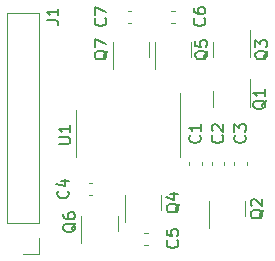
<source format=gbr>
%TF.GenerationSoftware,KiCad,Pcbnew,6.0.2-1.fc35*%
%TF.CreationDate,2022-03-27T16:33:53-04:00*%
%TF.ProjectId,DeadTimeInsertionPCB,44656164-5469-46d6-9549-6e7365727469,rev?*%
%TF.SameCoordinates,Original*%
%TF.FileFunction,Legend,Top*%
%TF.FilePolarity,Positive*%
%FSLAX46Y46*%
G04 Gerber Fmt 4.6, Leading zero omitted, Abs format (unit mm)*
G04 Created by KiCad (PCBNEW 6.0.2-1.fc35) date 2022-03-27 16:33:53*
%MOMM*%
%LPD*%
G01*
G04 APERTURE LIST*
%ADD10C,0.150000*%
%ADD11C,0.120000*%
G04 APERTURE END LIST*
D10*
%TO.C,J1*%
X116673380Y-68278333D02*
X117387666Y-68278333D01*
X117530523Y-68325952D01*
X117625761Y-68421190D01*
X117673380Y-68564047D01*
X117673380Y-68659285D01*
X117673380Y-67278333D02*
X117673380Y-67849761D01*
X117673380Y-67564047D02*
X116673380Y-67564047D01*
X116816238Y-67659285D01*
X116911476Y-67754523D01*
X116959095Y-67849761D01*
%TO.C,Q3*%
X135421619Y-70834238D02*
X135374000Y-70929476D01*
X135278761Y-71024714D01*
X135135904Y-71167571D01*
X135088285Y-71262809D01*
X135088285Y-71358047D01*
X135326380Y-71310428D02*
X135278761Y-71405666D01*
X135183523Y-71500904D01*
X134993047Y-71548523D01*
X134659714Y-71548523D01*
X134469238Y-71500904D01*
X134374000Y-71405666D01*
X134326380Y-71310428D01*
X134326380Y-71119952D01*
X134374000Y-71024714D01*
X134469238Y-70929476D01*
X134659714Y-70881857D01*
X134993047Y-70881857D01*
X135183523Y-70929476D01*
X135278761Y-71024714D01*
X135326380Y-71119952D01*
X135326380Y-71310428D01*
X134326380Y-70548523D02*
X134326380Y-69929476D01*
X134707333Y-70262809D01*
X134707333Y-70119952D01*
X134754952Y-70024714D01*
X134802571Y-69977095D01*
X134897809Y-69929476D01*
X135135904Y-69929476D01*
X135231142Y-69977095D01*
X135278761Y-70024714D01*
X135326380Y-70119952D01*
X135326380Y-70405666D01*
X135278761Y-70500904D01*
X135231142Y-70548523D01*
%TO.C,C1*%
X129643142Y-78017666D02*
X129690761Y-78065285D01*
X129738380Y-78208142D01*
X129738380Y-78303380D01*
X129690761Y-78446238D01*
X129595523Y-78541476D01*
X129500285Y-78589095D01*
X129309809Y-78636714D01*
X129166952Y-78636714D01*
X128976476Y-78589095D01*
X128881238Y-78541476D01*
X128786000Y-78446238D01*
X128738380Y-78303380D01*
X128738380Y-78208142D01*
X128786000Y-78065285D01*
X128833619Y-78017666D01*
X129738380Y-77065285D02*
X129738380Y-77636714D01*
X129738380Y-77351000D02*
X128738380Y-77351000D01*
X128881238Y-77446238D01*
X128976476Y-77541476D01*
X129024095Y-77636714D01*
%TO.C,Q1*%
X135281619Y-75025238D02*
X135234000Y-75120476D01*
X135138761Y-75215714D01*
X134995904Y-75358571D01*
X134948285Y-75453809D01*
X134948285Y-75549047D01*
X135186380Y-75501428D02*
X135138761Y-75596666D01*
X135043523Y-75691904D01*
X134853047Y-75739523D01*
X134519714Y-75739523D01*
X134329238Y-75691904D01*
X134234000Y-75596666D01*
X134186380Y-75501428D01*
X134186380Y-75310952D01*
X134234000Y-75215714D01*
X134329238Y-75120476D01*
X134519714Y-75072857D01*
X134853047Y-75072857D01*
X135043523Y-75120476D01*
X135138761Y-75215714D01*
X135186380Y-75310952D01*
X135186380Y-75501428D01*
X135186380Y-74120476D02*
X135186380Y-74691904D01*
X135186380Y-74406190D02*
X134186380Y-74406190D01*
X134329238Y-74501428D01*
X134424476Y-74596666D01*
X134472095Y-74691904D01*
%TO.C,C5*%
X127738142Y-86907666D02*
X127785761Y-86955285D01*
X127833380Y-87098142D01*
X127833380Y-87193380D01*
X127785761Y-87336238D01*
X127690523Y-87431476D01*
X127595285Y-87479095D01*
X127404809Y-87526714D01*
X127261952Y-87526714D01*
X127071476Y-87479095D01*
X126976238Y-87431476D01*
X126881000Y-87336238D01*
X126833380Y-87193380D01*
X126833380Y-87098142D01*
X126881000Y-86955285D01*
X126928619Y-86907666D01*
X126833380Y-86002904D02*
X126833380Y-86479095D01*
X127309571Y-86526714D01*
X127261952Y-86479095D01*
X127214333Y-86383857D01*
X127214333Y-86145761D01*
X127261952Y-86050523D01*
X127309571Y-86002904D01*
X127404809Y-85955285D01*
X127642904Y-85955285D01*
X127738142Y-86002904D01*
X127785761Y-86050523D01*
X127833380Y-86145761D01*
X127833380Y-86383857D01*
X127785761Y-86479095D01*
X127738142Y-86526714D01*
%TO.C,C3*%
X133453142Y-78017666D02*
X133500761Y-78065285D01*
X133548380Y-78208142D01*
X133548380Y-78303380D01*
X133500761Y-78446238D01*
X133405523Y-78541476D01*
X133310285Y-78589095D01*
X133119809Y-78636714D01*
X132976952Y-78636714D01*
X132786476Y-78589095D01*
X132691238Y-78541476D01*
X132596000Y-78446238D01*
X132548380Y-78303380D01*
X132548380Y-78208142D01*
X132596000Y-78065285D01*
X132643619Y-78017666D01*
X132548380Y-77684333D02*
X132548380Y-77065285D01*
X132929333Y-77398619D01*
X132929333Y-77255761D01*
X132976952Y-77160523D01*
X133024571Y-77112904D01*
X133119809Y-77065285D01*
X133357904Y-77065285D01*
X133453142Y-77112904D01*
X133500761Y-77160523D01*
X133548380Y-77255761D01*
X133548380Y-77541476D01*
X133500761Y-77636714D01*
X133453142Y-77684333D01*
%TO.C,C6*%
X130024142Y-68111666D02*
X130071761Y-68159285D01*
X130119380Y-68302142D01*
X130119380Y-68397380D01*
X130071761Y-68540238D01*
X129976523Y-68635476D01*
X129881285Y-68683095D01*
X129690809Y-68730714D01*
X129547952Y-68730714D01*
X129357476Y-68683095D01*
X129262238Y-68635476D01*
X129167000Y-68540238D01*
X129119380Y-68397380D01*
X129119380Y-68302142D01*
X129167000Y-68159285D01*
X129214619Y-68111666D01*
X129119380Y-67254523D02*
X129119380Y-67445000D01*
X129167000Y-67540238D01*
X129214619Y-67587857D01*
X129357476Y-67683095D01*
X129547952Y-67730714D01*
X129928904Y-67730714D01*
X130024142Y-67683095D01*
X130071761Y-67635476D01*
X130119380Y-67540238D01*
X130119380Y-67349761D01*
X130071761Y-67254523D01*
X130024142Y-67206904D01*
X129928904Y-67159285D01*
X129690809Y-67159285D01*
X129595571Y-67206904D01*
X129547952Y-67254523D01*
X129500333Y-67349761D01*
X129500333Y-67540238D01*
X129547952Y-67635476D01*
X129595571Y-67683095D01*
X129690809Y-67730714D01*
%TO.C,Q4*%
X127928619Y-83788238D02*
X127881000Y-83883476D01*
X127785761Y-83978714D01*
X127642904Y-84121571D01*
X127595285Y-84216809D01*
X127595285Y-84312047D01*
X127833380Y-84264428D02*
X127785761Y-84359666D01*
X127690523Y-84454904D01*
X127500047Y-84502523D01*
X127166714Y-84502523D01*
X126976238Y-84454904D01*
X126881000Y-84359666D01*
X126833380Y-84264428D01*
X126833380Y-84073952D01*
X126881000Y-83978714D01*
X126976238Y-83883476D01*
X127166714Y-83835857D01*
X127500047Y-83835857D01*
X127690523Y-83883476D01*
X127785761Y-83978714D01*
X127833380Y-84073952D01*
X127833380Y-84264428D01*
X127166714Y-82978714D02*
X127833380Y-82978714D01*
X126785761Y-83216809D02*
X127500047Y-83454904D01*
X127500047Y-82835857D01*
%TO.C,Q7*%
X121832619Y-70834238D02*
X121785000Y-70929476D01*
X121689761Y-71024714D01*
X121546904Y-71167571D01*
X121499285Y-71262809D01*
X121499285Y-71358047D01*
X121737380Y-71310428D02*
X121689761Y-71405666D01*
X121594523Y-71500904D01*
X121404047Y-71548523D01*
X121070714Y-71548523D01*
X120880238Y-71500904D01*
X120785000Y-71405666D01*
X120737380Y-71310428D01*
X120737380Y-71119952D01*
X120785000Y-71024714D01*
X120880238Y-70929476D01*
X121070714Y-70881857D01*
X121404047Y-70881857D01*
X121594523Y-70929476D01*
X121689761Y-71024714D01*
X121737380Y-71119952D01*
X121737380Y-71310428D01*
X120737380Y-70548523D02*
X120737380Y-69881857D01*
X121737380Y-70310428D01*
%TO.C,C4*%
X118467142Y-82716666D02*
X118514761Y-82764285D01*
X118562380Y-82907142D01*
X118562380Y-83002380D01*
X118514761Y-83145238D01*
X118419523Y-83240476D01*
X118324285Y-83288095D01*
X118133809Y-83335714D01*
X117990952Y-83335714D01*
X117800476Y-83288095D01*
X117705238Y-83240476D01*
X117610000Y-83145238D01*
X117562380Y-83002380D01*
X117562380Y-82907142D01*
X117610000Y-82764285D01*
X117657619Y-82716666D01*
X117895714Y-81859523D02*
X118562380Y-81859523D01*
X117514761Y-82097619D02*
X118229047Y-82335714D01*
X118229047Y-81716666D01*
%TO.C,C7*%
X121642142Y-68111666D02*
X121689761Y-68159285D01*
X121737380Y-68302142D01*
X121737380Y-68397380D01*
X121689761Y-68540238D01*
X121594523Y-68635476D01*
X121499285Y-68683095D01*
X121308809Y-68730714D01*
X121165952Y-68730714D01*
X120975476Y-68683095D01*
X120880238Y-68635476D01*
X120785000Y-68540238D01*
X120737380Y-68397380D01*
X120737380Y-68302142D01*
X120785000Y-68159285D01*
X120832619Y-68111666D01*
X120737380Y-67778333D02*
X120737380Y-67111666D01*
X121737380Y-67540238D01*
%TO.C,U1*%
X117689380Y-78739904D02*
X118498904Y-78739904D01*
X118594142Y-78692285D01*
X118641761Y-78644666D01*
X118689380Y-78549428D01*
X118689380Y-78358952D01*
X118641761Y-78263714D01*
X118594142Y-78216095D01*
X118498904Y-78168476D01*
X117689380Y-78168476D01*
X118689380Y-77168476D02*
X118689380Y-77739904D01*
X118689380Y-77454190D02*
X117689380Y-77454190D01*
X117832238Y-77549428D01*
X117927476Y-77644666D01*
X117975095Y-77739904D01*
%TO.C,Q6*%
X119165619Y-85439238D02*
X119118000Y-85534476D01*
X119022761Y-85629714D01*
X118879904Y-85772571D01*
X118832285Y-85867809D01*
X118832285Y-85963047D01*
X119070380Y-85915428D02*
X119022761Y-86010666D01*
X118927523Y-86105904D01*
X118737047Y-86153523D01*
X118403714Y-86153523D01*
X118213238Y-86105904D01*
X118118000Y-86010666D01*
X118070380Y-85915428D01*
X118070380Y-85724952D01*
X118118000Y-85629714D01*
X118213238Y-85534476D01*
X118403714Y-85486857D01*
X118737047Y-85486857D01*
X118927523Y-85534476D01*
X119022761Y-85629714D01*
X119070380Y-85724952D01*
X119070380Y-85915428D01*
X118070380Y-84629714D02*
X118070380Y-84820190D01*
X118118000Y-84915428D01*
X118165619Y-84963047D01*
X118308476Y-85058285D01*
X118498952Y-85105904D01*
X118879904Y-85105904D01*
X118975142Y-85058285D01*
X119022761Y-85010666D01*
X119070380Y-84915428D01*
X119070380Y-84724952D01*
X119022761Y-84629714D01*
X118975142Y-84582095D01*
X118879904Y-84534476D01*
X118641809Y-84534476D01*
X118546571Y-84582095D01*
X118498952Y-84629714D01*
X118451333Y-84724952D01*
X118451333Y-84915428D01*
X118498952Y-85010666D01*
X118546571Y-85058285D01*
X118641809Y-85105904D01*
%TO.C,Q5*%
X130341619Y-70834238D02*
X130294000Y-70929476D01*
X130198761Y-71024714D01*
X130055904Y-71167571D01*
X130008285Y-71262809D01*
X130008285Y-71358047D01*
X130246380Y-71310428D02*
X130198761Y-71405666D01*
X130103523Y-71500904D01*
X129913047Y-71548523D01*
X129579714Y-71548523D01*
X129389238Y-71500904D01*
X129294000Y-71405666D01*
X129246380Y-71310428D01*
X129246380Y-71119952D01*
X129294000Y-71024714D01*
X129389238Y-70929476D01*
X129579714Y-70881857D01*
X129913047Y-70881857D01*
X130103523Y-70929476D01*
X130198761Y-71024714D01*
X130246380Y-71119952D01*
X130246380Y-71310428D01*
X129246380Y-69977095D02*
X129246380Y-70453285D01*
X129722571Y-70500904D01*
X129674952Y-70453285D01*
X129627333Y-70358047D01*
X129627333Y-70119952D01*
X129674952Y-70024714D01*
X129722571Y-69977095D01*
X129817809Y-69929476D01*
X130055904Y-69929476D01*
X130151142Y-69977095D01*
X130198761Y-70024714D01*
X130246380Y-70119952D01*
X130246380Y-70358047D01*
X130198761Y-70453285D01*
X130151142Y-70500904D01*
%TO.C,Q2*%
X135040619Y-84296238D02*
X134993000Y-84391476D01*
X134897761Y-84486714D01*
X134754904Y-84629571D01*
X134707285Y-84724809D01*
X134707285Y-84820047D01*
X134945380Y-84772428D02*
X134897761Y-84867666D01*
X134802523Y-84962904D01*
X134612047Y-85010523D01*
X134278714Y-85010523D01*
X134088238Y-84962904D01*
X133993000Y-84867666D01*
X133945380Y-84772428D01*
X133945380Y-84581952D01*
X133993000Y-84486714D01*
X134088238Y-84391476D01*
X134278714Y-84343857D01*
X134612047Y-84343857D01*
X134802523Y-84391476D01*
X134897761Y-84486714D01*
X134945380Y-84581952D01*
X134945380Y-84772428D01*
X134040619Y-83962904D02*
X133993000Y-83915285D01*
X133945380Y-83820047D01*
X133945380Y-83581952D01*
X133993000Y-83486714D01*
X134040619Y-83439095D01*
X134135857Y-83391476D01*
X134231095Y-83391476D01*
X134373952Y-83439095D01*
X134945380Y-84010523D01*
X134945380Y-83391476D01*
%TO.C,C2*%
X131548142Y-78017666D02*
X131595761Y-78065285D01*
X131643380Y-78208142D01*
X131643380Y-78303380D01*
X131595761Y-78446238D01*
X131500523Y-78541476D01*
X131405285Y-78589095D01*
X131214809Y-78636714D01*
X131071952Y-78636714D01*
X130881476Y-78589095D01*
X130786238Y-78541476D01*
X130691000Y-78446238D01*
X130643380Y-78303380D01*
X130643380Y-78208142D01*
X130691000Y-78065285D01*
X130738619Y-78017666D01*
X130738619Y-77636714D02*
X130691000Y-77589095D01*
X130643380Y-77493857D01*
X130643380Y-77255761D01*
X130691000Y-77160523D01*
X130738619Y-77112904D01*
X130833857Y-77065285D01*
X130929095Y-77065285D01*
X131071952Y-77112904D01*
X131643380Y-77684333D01*
X131643380Y-77065285D01*
D11*
%TO.C,J1*%
X116011000Y-85456000D02*
X113351000Y-85456000D01*
X116011000Y-67616000D02*
X113351000Y-67616000D01*
X116011000Y-85456000D02*
X116011000Y-67616000D01*
X116011000Y-86726000D02*
X116011000Y-88056000D01*
X113351000Y-85456000D02*
X113351000Y-67616000D01*
X116011000Y-88056000D02*
X114681000Y-88056000D01*
%TO.C,Q3*%
X133894000Y-70739000D02*
X133894000Y-71389000D01*
X130774000Y-70739000D02*
X130774000Y-71389000D01*
X133894000Y-70739000D02*
X133894000Y-69064000D01*
X130774000Y-70739000D02*
X130774000Y-70089000D01*
%TO.C,C1*%
X129796000Y-80531580D02*
X129796000Y-80250420D01*
X128776000Y-80531580D02*
X128776000Y-80250420D01*
%TO.C,Q1*%
X133894000Y-74930000D02*
X133894000Y-75580000D01*
X130774000Y-74930000D02*
X130774000Y-75580000D01*
X133894000Y-74930000D02*
X133894000Y-73255000D01*
X130774000Y-74930000D02*
X130774000Y-74280000D01*
%TO.C,C5*%
X124954420Y-86231000D02*
X125235580Y-86231000D01*
X124954420Y-87251000D02*
X125235580Y-87251000D01*
%TO.C,C3*%
X133606000Y-80531580D02*
X133606000Y-80250420D01*
X132586000Y-80531580D02*
X132586000Y-80250420D01*
%TO.C,C6*%
X127240420Y-68455000D02*
X127521580Y-68455000D01*
X127240420Y-67435000D02*
X127521580Y-67435000D01*
%TO.C,Q4*%
X123281000Y-83693000D02*
X123281000Y-83043000D01*
X126401000Y-83693000D02*
X126401000Y-83043000D01*
X123281000Y-83693000D02*
X123281000Y-85368000D01*
X126401000Y-83693000D02*
X126401000Y-84343000D01*
%TO.C,Q7*%
X125385000Y-70739000D02*
X125385000Y-71389000D01*
X122265000Y-70739000D02*
X122265000Y-72414000D01*
X125385000Y-70739000D02*
X125385000Y-70089000D01*
X122265000Y-70739000D02*
X122265000Y-70089000D01*
%TO.C,C4*%
X120255420Y-82040000D02*
X120536580Y-82040000D01*
X120255420Y-83060000D02*
X120536580Y-83060000D01*
%TO.C,C7*%
X123570420Y-68455000D02*
X123851580Y-68455000D01*
X123570420Y-67435000D02*
X123851580Y-67435000D01*
%TO.C,U1*%
X128006000Y-77851000D02*
X128006000Y-79801000D01*
X119136000Y-77851000D02*
X119136000Y-79801000D01*
X128006000Y-77851000D02*
X128006000Y-74401000D01*
X119136000Y-77851000D02*
X119136000Y-75901000D01*
%TO.C,Q6*%
X122718000Y-85471000D02*
X122718000Y-86121000D01*
X119598000Y-85471000D02*
X119598000Y-87146000D01*
X122718000Y-85471000D02*
X122718000Y-84821000D01*
X119598000Y-85471000D02*
X119598000Y-84821000D01*
%TO.C,Q5*%
X128941000Y-70739000D02*
X128941000Y-71389000D01*
X125821000Y-70739000D02*
X125821000Y-72414000D01*
X128941000Y-70739000D02*
X128941000Y-70089000D01*
X125821000Y-70739000D02*
X125821000Y-70089000D01*
%TO.C,Q2*%
X130393000Y-84201000D02*
X130393000Y-83551000D01*
X133513000Y-84201000D02*
X133513000Y-83551000D01*
X130393000Y-84201000D02*
X130393000Y-85876000D01*
X133513000Y-84201000D02*
X133513000Y-84851000D01*
%TO.C,C2*%
X131701000Y-80531580D02*
X131701000Y-80250420D01*
X130681000Y-80531580D02*
X130681000Y-80250420D01*
%TD*%
M02*

</source>
